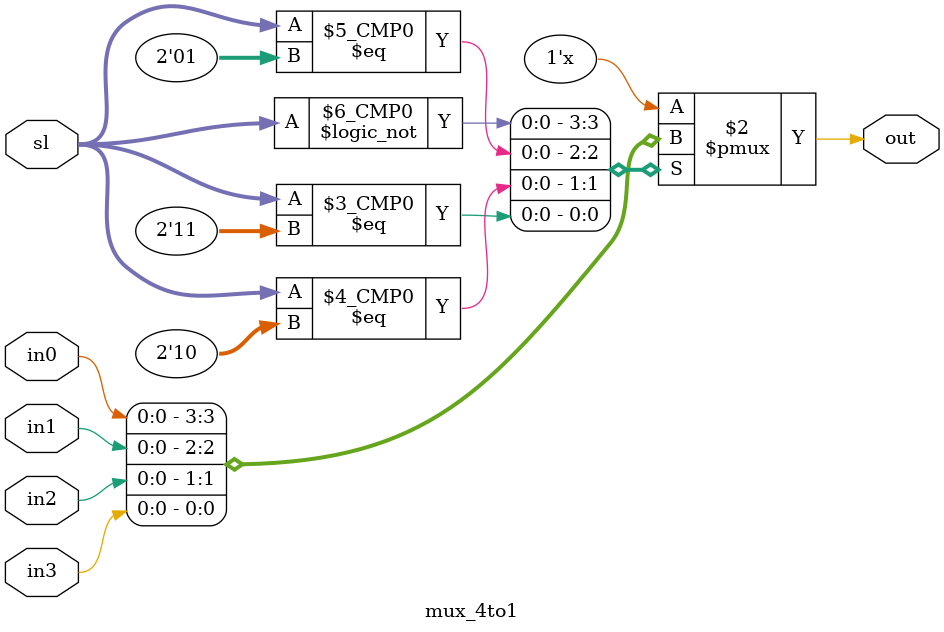
<source format=v>

module mux_4to1 (
                 sl,
                 out,
                 in0,
                 in1,
                 in2,
                 in3
                 );

   //--------------------------------------------------------------------
   // Inputs
   //--------------------------------------------------------------------
   input wire [1:0] sl;
   input wire       in0;
   input wire       in1;
   input wire       in2;
   input wire       in3;

   //--------------------------------------------------------------------
   // Outputs
   //--------------------------------------------------------------------
   output reg       out;
   
   always @(*)
     begin
        case (sl)
          'd0:
            begin
               out <= in0;
            end
          
          'd1:
            begin
               out <= in1;
            end

          'd2:
            begin
               out <= in2;
            end
          
          'd3:
            begin
               out <= in3;
            end
          
          default:
            begin
               out <= in0;
            end
        endcase  
     end // always @ (*)
   

endmodule

</source>
